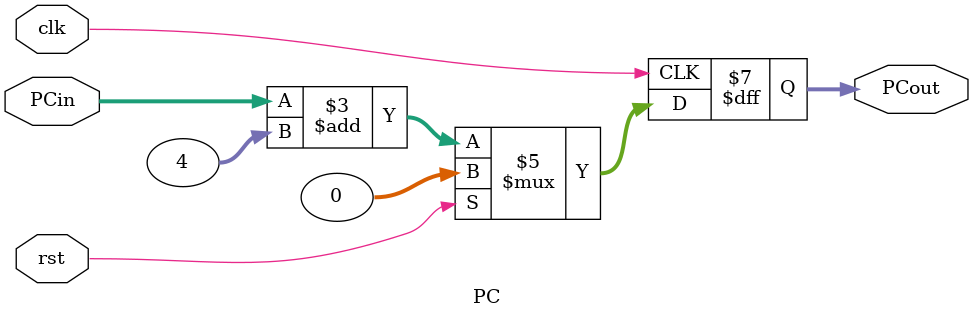
<source format=v>
module PC(clk, rst, PCin, PCout);

	input clk, rst;
	input [31:0] PCin;
	
	output reg [31:0] PCout;
	
	always @(posedge clk) begin
		if (rst == 1) 
			PCout = 0;
		else 
			PCout = PCin + 4; 
	end
endmodule
</source>
